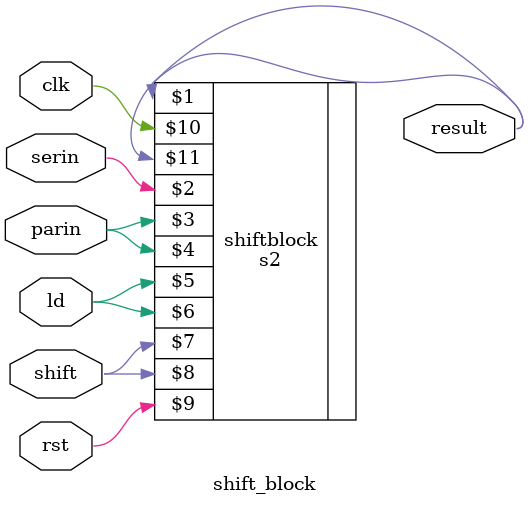
<source format=v>
module shift_block(input clk,input rst,input ld,input shift,input parin,input serin,output result);

    s2 shiftblock(result,serin,parin,parin,ld,ld,shift,shift,rst,clk,result);
    
endmodule
</source>
